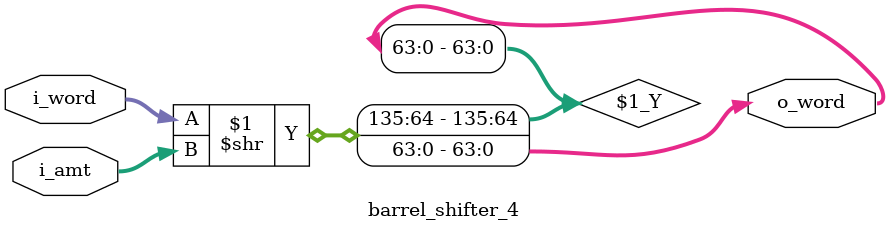
<source format=sv>
module packing_and_shifting #(
    parameter TOTAL_WIDTH           = 136,
    parameter TOTAL_BITS_COMPRESSED = 34,
    parameter CACHE_LINE            = 64,
    parameter WORD_WIDTH            = 32,
    parameter SHIFT_WIDTH           = 68,
    parameter WORD2_LENGTH          = 6,
    parameter TOTAL_LENGTH          = 7,
    parameter DICT_WORD             = 16,
    parameter OUT_SHIFT_BIT         = 7
)(
    input logic                                 i_clk,
    input logic [2:0]                           i_code1,
    input logic [2:0]                           i_code2,
    input logic [TOTAL_LENGTH - 1 :  0]         i_total_length,
    input logic [OUT_SHIFT_BIT - 1 : 0]         i_out_shift,
    input logic [WORD2_LENGTH - 1 : 0]          i_word2_length,
    input logic [WORD_WIDTH - 1 :0]             i_word1,
    input logic [WORD_WIDTH - 1 :0]             i_word2,
    input logic [DICT_WORD * WORD_WIDTH - 1 :0] i_dict,
    input logic [$clog2(DICT_WORD) - 1 :0]      i_idx1,
    input logic [$clog2(DICT_WORD) - 1 :0]      i_idx2
);
 
logic [TOTAL_BITS_COMPRESSED - 1 :0]   o_compressed_word1;
logic [TOTAL_BITS_COMPRESSED - 1 :0]   o_compressed_word2;
logic [TOTAL_BITS_COMPRESSED*2 - 1 :0] o_shifted; 
logic [TOTAL_WIDTH - 1 :0]             o_or_gate;
logic [TOTAL_WIDTH - 1 :0]             o_barrel2_shifted;
logic [CACHE_LINE - 1 :0]              o_barrel3_shifted;
logic [TOTAL_WIDTH - 1 :0]             o_combined;
logic [CACHE_LINE - 1 :0]              o_barrel4_shifted;
logic [TOTAL_WIDTH - 1 :0]             reg_array2;

// Code Concatenation
code_concatenator #(
    .DATA_WIDTH(WORD_WIDTH),
    .TOTAL_BITS(TOTAL_BITS_COMPRESSED),
    .TOTAL_WORDS(DICT_WORD)
) code_concatenator1 (
    .i_dict_idx(i_idx1), 
    .i_code(i_code1),     
    .i_word(i_word1),     
    .i_dict(i_dict),     
    .o_compressed_word(o_compressed_word1)
);

code_concatenator #(
    .DATA_WIDTH(WORD_WIDTH),
    .TOTAL_BITS(TOTAL_BITS_COMPRESSED),
    .TOTAL_WORDS(DICT_WORD)
) code_concatenator2 (
    .i_dict_idx(i_idx2), 
    .i_code(i_code2),     
    .i_word(i_word2),     
    .i_dict(i_dict),     
    .o_compressed_word(o_compressed_word2)
);

// Barrel Shifter 1 (Shift Right)
barrel_shifter_1 #(
    .WIDTH(TOTAL_BITS_COMPRESSED * 2),
    .SHIFT_BIT(WORD2_LENGTH) 
) barrel_shifter1 (
    .data(o_compressed_word1),
    .type_shift(1'b0),
    .amt(i_word2_length),
    .out(o_shifted)
);

// Multiplexer Array 1
multiplexer_array1 mux_array1_inst (
    .i_first_word(o_shifted),
    .i_second_word(o_compressed_word2),
    .o_selected_word(o_or_gate)
);

// Barrel Shifter 2 (Shift Left)
barrel_shifter_2 #(
    .TOTAL_LENGTH(TOTAL_LENGTH),
    .WIDTH(TOTAL_WIDTH)
) barrel_shifter_2 (
    .i_word(o_or_gate),
    .i_amt(i_total_length),
    .o_word(o_barrel2_shifted)
);

// Latch Register
latch_reg latch_reg_inst (
    .i_clk(i_clk),
    .i_data(o_barrel2_shifted),
    .o_data(reg_array2)
);

// Multiplexer Array 2
mux_array2 mux_array2_inst (
    .i_data(reg_array2),
    .o_selected_word(o_combined)
);

// Barrel Shifter 3
barrel_shifter_3 #(
    .TOTAL_LENGTH(OUT_SHIFT_BIT),
    .WIDTH(TOTAL_WIDTH),
    .O_WIDTH(CACHE_LINE)
) barrel_shifter_3(
    .i_word(o_combined),
    .i_amt(i_out_shift),
    .o_word(o_barrel3_shifted)
);

// Combine Module
combine_module combine_inst (
    .i_word(o_barrel3_shifted),
    .o_combined(o_combined)
);

// Multiplexer Array 3
multiplexer_array3 mux_array3_inst (
    .i_data(o_combined),
    .o_selected_word(o_barrel4_shifted)
);

// Barrel Shifter 4
barrel_shifter_4 #(
    .TOTAL_LENGTH(OUT_SHIFT_BIT),
    .WIDTH(CACHE_LINE),
    .O_WIDTH(CACHE_LINE)
) barrel_shifter_4 (
    .i_word(o_barrel4_shifted),
    .i_amt(i_out_shift),
    .o_word(o_barrel4_shifted)
);

endmodule
// Module Definitions
module multiplexer_array1 #(
    parameter TOTAL_BITS_COMPRESSED = 34,
    parameter TOTAL_WIDTH = 68 
) (
    input logic [TOTAL_BITS_COMPRESSED*2-1:0] i_word1,
    input logic [TOTAL_BITS_COMPRESSED-1:0] i_word2,
    output logic [TOTAL_WIDTH-1:0] o_selected_word
);
    assign o_selected_word = {i_word1, i_word2};
endmodule

module multiplexer_array2 #(
    parameter TOTAL_WIDTH = 68 
) (
    input logic [TOTAL_WIDTH-1:0] i_data,
    output logic [TOTAL_WIDTH-1:0] o_data
);
    assign o_data = i_data;
endmodule

module multiplexer_array3 #(
    parameter TOTAL_WIDTH = 64,
    parameter CACHE_LINE = 128
) (
    input logic [TOTAL_WIDTH-1:0] i_data,
    output logic [CACHE_LINE-1:0] o_data
);
    assign o_data = i_data[CACHE_LINE-1:0];
endmodule

module latch_reg #(
    parameter TOTAL_WIDTH = 128
)(
    input logic i_clk,
    input logic [TOTAL_WIDTH-1:0] i_data,
    output logic [TOTAL_WIDTH-1:0] o_data
);
    always_ff @(posedge i_clk) begin
        o_data <= i_data;
    end
endmodule

module combine #(
    parameter CACHE_LINE = 128
) (
    input logic [CACHE_LINE-1:0] i_data,
    output logic [CACHE_LINE-1:0] o_data
);
    assign o_data = i_data;
endmodule

module barrel_shifter_4 #(
    parameter TOTAL_LENGTH = 7,
    parameter WIDTH = 136,
    parameter O_WIDTH = 64
)(
    input logic [WIDTH-1:0] i_word,
    input logic [TOTAL_LENGTH-1:0] i_amt,
    output logic [O_WIDTH-1:0] o_word
);
    assign o_word = i_word >> i_amt;
endmodule


</source>
